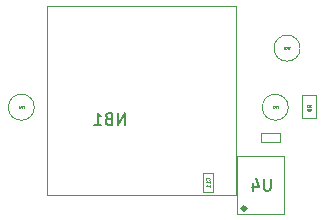
<source format=gbr>
%TF.GenerationSoftware,KiCad,Pcbnew,7.0.5*%
%TF.CreationDate,2023-06-19T14:48:10+02:00*%
%TF.ProjectId,candleLightfd-S01,63616e64-6c65-44c6-9967-687466642d53,R01*%
%TF.SameCoordinates,Original*%
%TF.FileFunction,AssemblyDrawing,Bot*%
%FSLAX46Y46*%
G04 Gerber Fmt 4.6, Leading zero omitted, Abs format (unit mm)*
G04 Created by KiCad (PCBNEW 7.0.5) date 2023-06-19 14:48:10*
%MOMM*%
%LPD*%
G01*
G04 APERTURE LIST*
%ADD10C,0.150000*%
%ADD11C,0.050000*%
%ADD12C,0.030000*%
%ADD13C,0.100000*%
%ADD14C,0.300000*%
G04 APERTURE END LIST*
D10*
%TO.C,U4*%
X127611904Y-135554819D02*
X127611904Y-136364342D01*
X127611904Y-136364342D02*
X127564285Y-136459580D01*
X127564285Y-136459580D02*
X127516666Y-136507200D01*
X127516666Y-136507200D02*
X127421428Y-136554819D01*
X127421428Y-136554819D02*
X127230952Y-136554819D01*
X127230952Y-136554819D02*
X127135714Y-136507200D01*
X127135714Y-136507200D02*
X127088095Y-136459580D01*
X127088095Y-136459580D02*
X127040476Y-136364342D01*
X127040476Y-136364342D02*
X127040476Y-135554819D01*
X126135714Y-135888152D02*
X126135714Y-136554819D01*
X126373809Y-135507200D02*
X126611904Y-136221485D01*
X126611904Y-136221485D02*
X125992857Y-136221485D01*
D11*
%TO.C,TP2*%
X128252380Y-129389923D02*
X128138094Y-129389923D01*
X128195237Y-129589923D02*
X128195237Y-129389923D01*
X128071427Y-129589923D02*
X128071427Y-129389923D01*
X128071427Y-129389923D02*
X127995237Y-129389923D01*
X127995237Y-129389923D02*
X127976189Y-129399447D01*
X127976189Y-129399447D02*
X127966666Y-129408971D01*
X127966666Y-129408971D02*
X127957142Y-129428019D01*
X127957142Y-129428019D02*
X127957142Y-129456590D01*
X127957142Y-129456590D02*
X127966666Y-129475638D01*
X127966666Y-129475638D02*
X127976189Y-129485161D01*
X127976189Y-129485161D02*
X127995237Y-129494685D01*
X127995237Y-129494685D02*
X128071427Y-129494685D01*
X127880951Y-129408971D02*
X127871427Y-129399447D01*
X127871427Y-129399447D02*
X127852380Y-129389923D01*
X127852380Y-129389923D02*
X127804761Y-129389923D01*
X127804761Y-129389923D02*
X127785713Y-129399447D01*
X127785713Y-129399447D02*
X127776189Y-129408971D01*
X127776189Y-129408971D02*
X127766666Y-129428019D01*
X127766666Y-129428019D02*
X127766666Y-129447066D01*
X127766666Y-129447066D02*
X127776189Y-129475638D01*
X127776189Y-129475638D02*
X127890475Y-129589923D01*
X127890475Y-129589923D02*
X127766666Y-129589923D01*
%TO.C,TP3*%
X129252380Y-124389923D02*
X129138094Y-124389923D01*
X129195237Y-124589923D02*
X129195237Y-124389923D01*
X129071427Y-124589923D02*
X129071427Y-124389923D01*
X129071427Y-124389923D02*
X128995237Y-124389923D01*
X128995237Y-124389923D02*
X128976189Y-124399447D01*
X128976189Y-124399447D02*
X128966666Y-124408971D01*
X128966666Y-124408971D02*
X128957142Y-124428019D01*
X128957142Y-124428019D02*
X128957142Y-124456590D01*
X128957142Y-124456590D02*
X128966666Y-124475638D01*
X128966666Y-124475638D02*
X128976189Y-124485161D01*
X128976189Y-124485161D02*
X128995237Y-124494685D01*
X128995237Y-124494685D02*
X129071427Y-124494685D01*
X128890475Y-124389923D02*
X128766666Y-124389923D01*
X128766666Y-124389923D02*
X128833332Y-124466114D01*
X128833332Y-124466114D02*
X128804761Y-124466114D01*
X128804761Y-124466114D02*
X128785713Y-124475638D01*
X128785713Y-124475638D02*
X128776189Y-124485161D01*
X128776189Y-124485161D02*
X128766666Y-124504209D01*
X128766666Y-124504209D02*
X128766666Y-124551828D01*
X128766666Y-124551828D02*
X128776189Y-124570876D01*
X128776189Y-124570876D02*
X128785713Y-124580400D01*
X128785713Y-124580400D02*
X128804761Y-124589923D01*
X128804761Y-124589923D02*
X128861904Y-124589923D01*
X128861904Y-124589923D02*
X128880951Y-124580400D01*
X128880951Y-124580400D02*
X128890475Y-124570876D01*
%TO.C,TP1*%
X106752380Y-129389923D02*
X106638094Y-129389923D01*
X106695237Y-129589923D02*
X106695237Y-129389923D01*
X106571427Y-129589923D02*
X106571427Y-129389923D01*
X106571427Y-129389923D02*
X106495237Y-129389923D01*
X106495237Y-129389923D02*
X106476189Y-129399447D01*
X106476189Y-129399447D02*
X106466666Y-129408971D01*
X106466666Y-129408971D02*
X106457142Y-129428019D01*
X106457142Y-129428019D02*
X106457142Y-129456590D01*
X106457142Y-129456590D02*
X106466666Y-129475638D01*
X106466666Y-129475638D02*
X106476189Y-129485161D01*
X106476189Y-129485161D02*
X106495237Y-129494685D01*
X106495237Y-129494685D02*
X106571427Y-129494685D01*
X106266666Y-129589923D02*
X106380951Y-129589923D01*
X106323808Y-129589923D02*
X106323808Y-129389923D01*
X106323808Y-129389923D02*
X106342856Y-129418495D01*
X106342856Y-129418495D02*
X106361904Y-129437542D01*
X106361904Y-129437542D02*
X106380951Y-129447066D01*
D12*
%TO.C,R8*%
X130987225Y-129500000D02*
X130844368Y-129400000D01*
X130987225Y-129328571D02*
X130687225Y-129328571D01*
X130687225Y-129328571D02*
X130687225Y-129442857D01*
X130687225Y-129442857D02*
X130701511Y-129471428D01*
X130701511Y-129471428D02*
X130715797Y-129485714D01*
X130715797Y-129485714D02*
X130744368Y-129500000D01*
X130744368Y-129500000D02*
X130787225Y-129500000D01*
X130787225Y-129500000D02*
X130815797Y-129485714D01*
X130815797Y-129485714D02*
X130830082Y-129471428D01*
X130830082Y-129471428D02*
X130844368Y-129442857D01*
X130844368Y-129442857D02*
X130844368Y-129328571D01*
X130815797Y-129671428D02*
X130801511Y-129642857D01*
X130801511Y-129642857D02*
X130787225Y-129628571D01*
X130787225Y-129628571D02*
X130758654Y-129614285D01*
X130758654Y-129614285D02*
X130744368Y-129614285D01*
X130744368Y-129614285D02*
X130715797Y-129628571D01*
X130715797Y-129628571D02*
X130701511Y-129642857D01*
X130701511Y-129642857D02*
X130687225Y-129671428D01*
X130687225Y-129671428D02*
X130687225Y-129728571D01*
X130687225Y-129728571D02*
X130701511Y-129757143D01*
X130701511Y-129757143D02*
X130715797Y-129771428D01*
X130715797Y-129771428D02*
X130744368Y-129785714D01*
X130744368Y-129785714D02*
X130758654Y-129785714D01*
X130758654Y-129785714D02*
X130787225Y-129771428D01*
X130787225Y-129771428D02*
X130801511Y-129757143D01*
X130801511Y-129757143D02*
X130815797Y-129728571D01*
X130815797Y-129728571D02*
X130815797Y-129671428D01*
X130815797Y-129671428D02*
X130830082Y-129642857D01*
X130830082Y-129642857D02*
X130844368Y-129628571D01*
X130844368Y-129628571D02*
X130872940Y-129614285D01*
X130872940Y-129614285D02*
X130930082Y-129614285D01*
X130930082Y-129614285D02*
X130958654Y-129628571D01*
X130958654Y-129628571D02*
X130972940Y-129642857D01*
X130972940Y-129642857D02*
X130987225Y-129671428D01*
X130987225Y-129671428D02*
X130987225Y-129728571D01*
X130987225Y-129728571D02*
X130972940Y-129757143D01*
X130972940Y-129757143D02*
X130958654Y-129771428D01*
X130958654Y-129771428D02*
X130930082Y-129785714D01*
X130930082Y-129785714D02*
X130872940Y-129785714D01*
X130872940Y-129785714D02*
X130844368Y-129771428D01*
X130844368Y-129771428D02*
X130830082Y-129757143D01*
X130830082Y-129757143D02*
X130815797Y-129728571D01*
D11*
%TO.C,C11*%
X122407614Y-135657143D02*
X122421900Y-135642857D01*
X122421900Y-135642857D02*
X122436185Y-135600000D01*
X122436185Y-135600000D02*
X122436185Y-135571428D01*
X122436185Y-135571428D02*
X122421900Y-135528571D01*
X122421900Y-135528571D02*
X122393328Y-135500000D01*
X122393328Y-135500000D02*
X122364757Y-135485714D01*
X122364757Y-135485714D02*
X122307614Y-135471428D01*
X122307614Y-135471428D02*
X122264757Y-135471428D01*
X122264757Y-135471428D02*
X122207614Y-135485714D01*
X122207614Y-135485714D02*
X122179042Y-135500000D01*
X122179042Y-135500000D02*
X122150471Y-135528571D01*
X122150471Y-135528571D02*
X122136185Y-135571428D01*
X122136185Y-135571428D02*
X122136185Y-135600000D01*
X122136185Y-135600000D02*
X122150471Y-135642857D01*
X122150471Y-135642857D02*
X122164757Y-135657143D01*
X122436185Y-135942857D02*
X122436185Y-135771428D01*
X122436185Y-135857143D02*
X122136185Y-135857143D01*
X122136185Y-135857143D02*
X122179042Y-135828571D01*
X122179042Y-135828571D02*
X122207614Y-135800000D01*
X122207614Y-135800000D02*
X122221900Y-135771428D01*
X122436185Y-136228571D02*
X122436185Y-136057142D01*
X122436185Y-136142857D02*
X122136185Y-136142857D01*
X122136185Y-136142857D02*
X122179042Y-136114285D01*
X122179042Y-136114285D02*
X122207614Y-136085714D01*
X122207614Y-136085714D02*
X122221900Y-136057142D01*
D10*
%TO.C,NB1*%
X115261904Y-130979819D02*
X115261904Y-129979819D01*
X115261904Y-129979819D02*
X114690476Y-130979819D01*
X114690476Y-130979819D02*
X114690476Y-129979819D01*
X113880952Y-130456009D02*
X113738095Y-130503628D01*
X113738095Y-130503628D02*
X113690476Y-130551247D01*
X113690476Y-130551247D02*
X113642857Y-130646485D01*
X113642857Y-130646485D02*
X113642857Y-130789342D01*
X113642857Y-130789342D02*
X113690476Y-130884580D01*
X113690476Y-130884580D02*
X113738095Y-130932200D01*
X113738095Y-130932200D02*
X113833333Y-130979819D01*
X113833333Y-130979819D02*
X114214285Y-130979819D01*
X114214285Y-130979819D02*
X114214285Y-129979819D01*
X114214285Y-129979819D02*
X113880952Y-129979819D01*
X113880952Y-129979819D02*
X113785714Y-130027438D01*
X113785714Y-130027438D02*
X113738095Y-130075057D01*
X113738095Y-130075057D02*
X113690476Y-130170295D01*
X113690476Y-130170295D02*
X113690476Y-130265533D01*
X113690476Y-130265533D02*
X113738095Y-130360771D01*
X113738095Y-130360771D02*
X113785714Y-130408390D01*
X113785714Y-130408390D02*
X113880952Y-130456009D01*
X113880952Y-130456009D02*
X114214285Y-130456009D01*
X112690476Y-130979819D02*
X113261904Y-130979819D01*
X112976190Y-130979819D02*
X112976190Y-129979819D01*
X112976190Y-129979819D02*
X113071428Y-130122676D01*
X113071428Y-130122676D02*
X113166666Y-130217914D01*
X113166666Y-130217914D02*
X113261904Y-130265533D01*
D13*
%TO.C,U4*%
X124800000Y-133623500D02*
X128700000Y-133623500D01*
X124800000Y-138550000D02*
X124800000Y-133650000D01*
X124800000Y-138550000D02*
X128700000Y-138550000D01*
X128700000Y-138550000D02*
X128700000Y-133650000D01*
D14*
X125494421Y-138068500D02*
G75*
G03*
X125494421Y-138068500I-141421J0D01*
G01*
D13*
%TO.C,TP2*%
X129100000Y-129500000D02*
G75*
G03*
X129100000Y-129500000I-1100000J0D01*
G01*
%TO.C,TP3*%
X130100000Y-124500000D02*
G75*
G03*
X130100000Y-124500000I-1100000J0D01*
G01*
%TO.C,TP1*%
X107600000Y-129500000D02*
G75*
G03*
X107600000Y-129500000I-1100000J0D01*
G01*
%TO.C,C9*%
X128400000Y-132450000D02*
X128400000Y-131650000D01*
X128400000Y-131650000D02*
X126800000Y-131650000D01*
X126800000Y-132450000D02*
X128400000Y-132450000D01*
X126800000Y-131650000D02*
X126800000Y-132450000D01*
%TO.C,R8*%
X131475000Y-128450000D02*
X130225000Y-128450000D01*
X130225000Y-128450000D02*
X130225000Y-130450000D01*
X131475000Y-130450000D02*
X131475000Y-128450000D01*
X130225000Y-130450000D02*
X131475000Y-130450000D01*
%TO.C,C11*%
X122700000Y-135050000D02*
X121900000Y-135050000D01*
X121900000Y-135050000D02*
X121900000Y-136650000D01*
X122700000Y-136650000D02*
X122700000Y-135050000D01*
X121900000Y-136650000D02*
X122700000Y-136650000D01*
%TO.C,NB1*%
X124650000Y-136900000D02*
X124650000Y-120900000D01*
X124650000Y-120900000D02*
X108650000Y-120900000D01*
X108650000Y-136900000D02*
X124650000Y-136900000D01*
X108650000Y-120900000D02*
X108650000Y-136900000D01*
%TD*%
M02*

</source>
